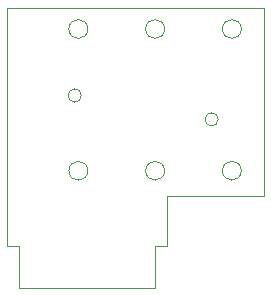
<source format=gbr>
%TF.GenerationSoftware,KiCad,Pcbnew,8.0.6*%
%TF.CreationDate,2025-06-21T19:34:38+03:00*%
%TF.ProjectId,Battery,42617474-6572-4792-9e6b-696361645f70,rev?*%
%TF.SameCoordinates,Original*%
%TF.FileFunction,Other,User*%
%FSLAX46Y46*%
G04 Gerber Fmt 4.6, Leading zero omitted, Abs format (unit mm)*
G04 Created by KiCad (PCBNEW 8.0.6) date 2025-06-21 19:34:38*
%MOMM*%
%LPD*%
G01*
G04 APERTURE LIST*
%ADD10C,0.050000*%
G04 APERTURE END LIST*
D10*
X139310000Y-77150000D02*
G75*
G02*
X138190000Y-77150000I-560000J0D01*
G01*
X138190000Y-77150000D02*
G75*
G02*
X139310000Y-77150000I560000J0D01*
G01*
X150910000Y-79170000D02*
G75*
G02*
X149790000Y-79170000I-560000J0D01*
G01*
X149790000Y-79170000D02*
G75*
G02*
X150910000Y-79170000I560000J0D01*
G01*
X146360000Y-71520000D02*
G75*
G02*
X144760000Y-71520000I-800000J0D01*
G01*
X144760000Y-71520000D02*
G75*
G02*
X146360000Y-71520000I800000J0D01*
G01*
X139860000Y-83520000D02*
G75*
G02*
X138260000Y-83520000I-800000J0D01*
G01*
X138260000Y-83520000D02*
G75*
G02*
X139860000Y-83520000I800000J0D01*
G01*
X152860000Y-83520000D02*
G75*
G02*
X151260000Y-83520000I-800000J0D01*
G01*
X151260000Y-83520000D02*
G75*
G02*
X152860000Y-83520000I800000J0D01*
G01*
X146360000Y-83520000D02*
G75*
G02*
X144760000Y-83520000I-800000J0D01*
G01*
X144760000Y-83520000D02*
G75*
G02*
X146360000Y-83520000I800000J0D01*
G01*
X139860000Y-71520000D02*
G75*
G02*
X138260000Y-71520000I-800000J0D01*
G01*
X138260000Y-71520000D02*
G75*
G02*
X139860000Y-71520000I800000J0D01*
G01*
X152860000Y-71520000D02*
G75*
G02*
X151260000Y-71520000I-800000J0D01*
G01*
X151260000Y-71520000D02*
G75*
G02*
X152860000Y-71520000I800000J0D01*
G01*
X146540000Y-89930000D02*
X146540000Y-85700000D01*
X146540000Y-89930000D02*
X145540000Y-89930000D01*
X134000000Y-89930000D02*
X133000000Y-89930000D01*
X134000000Y-93420000D02*
X134000000Y-89930000D01*
X145540000Y-93420000D02*
X134000000Y-93420000D01*
X145540000Y-89930000D02*
X145540000Y-93420000D01*
X154800000Y-85700000D02*
X146540000Y-85700000D01*
X154800000Y-69700000D02*
X133000000Y-69700000D01*
X154800000Y-85700000D02*
X154800000Y-69700000D01*
X133000000Y-69700000D02*
X133000000Y-89930000D01*
M02*

</source>
